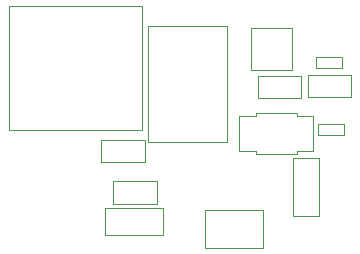
<source format=gbr>
G04 #@! TF.GenerationSoftware,KiCad,Pcbnew,9.0.4*
G04 #@! TF.CreationDate,2025-08-28T22:57:06-04:00*
G04 #@! TF.ProjectId,PowerSupply,506f7765-7253-4757-9070-6c792e6b6963,rev?*
G04 #@! TF.SameCoordinates,Original*
G04 #@! TF.FileFunction,Other,User*
%FSLAX46Y46*%
G04 Gerber Fmt 4.6, Leading zero omitted, Abs format (unit mm)*
G04 Created by KiCad (PCBNEW 9.0.4) date 2025-08-28 22:57:06*
%MOMM*%
%LPD*%
G01*
G04 APERTURE LIST*
%ADD10C,0.050000*%
G04 APERTURE END LIST*
D10*
X92150000Y-83250000D02*
X92150000Y-73450000D01*
X98850000Y-83250000D02*
X92150000Y-83250000D01*
X92150000Y-73450000D02*
X98850000Y-73450000D01*
X98850000Y-73450000D02*
X98850000Y-83250000D01*
X88457500Y-88830000D02*
X93417500Y-88830000D01*
X88457500Y-91130000D02*
X88457500Y-88830000D01*
X93417500Y-88830000D02*
X93417500Y-91130000D01*
X93417500Y-91130000D02*
X88457500Y-91130000D01*
X88150000Y-83050000D02*
X91850000Y-83050000D01*
X88150000Y-84950000D02*
X88150000Y-83050000D01*
X91850000Y-83050000D02*
X91850000Y-84950000D01*
X91850000Y-84950000D02*
X88150000Y-84950000D01*
X104370000Y-84600000D02*
X106630000Y-84600000D01*
X104370000Y-89500000D02*
X104370000Y-84600000D01*
X106630000Y-84600000D02*
X106630000Y-89500000D01*
X106630000Y-89500000D02*
X104370000Y-89500000D01*
X105650000Y-77550000D02*
X109350000Y-77550000D01*
X105650000Y-79450000D02*
X105650000Y-77550000D01*
X109350000Y-77550000D02*
X109350000Y-79450000D01*
X109350000Y-79450000D02*
X105650000Y-79450000D01*
X106532500Y-81680000D02*
X108712500Y-81680000D01*
X106532500Y-82600000D02*
X106532500Y-81680000D01*
X108712500Y-81680000D02*
X108712500Y-82600000D01*
X108712500Y-82600000D02*
X106532500Y-82600000D01*
X99870000Y-81020000D02*
X101250000Y-81020000D01*
X99870000Y-83980000D02*
X99870000Y-81020000D01*
X101250000Y-80750000D02*
X104750000Y-80750000D01*
X101250000Y-81020000D02*
X101250000Y-80750000D01*
X101250000Y-83980000D02*
X99870000Y-83980000D01*
X101250000Y-84250000D02*
X101250000Y-83980000D01*
X104750000Y-80750000D02*
X104750000Y-81020000D01*
X104750000Y-81020000D02*
X106130000Y-81020000D01*
X104750000Y-83980000D02*
X104750000Y-84250000D01*
X104750000Y-84250000D02*
X101250000Y-84250000D01*
X106130000Y-81020000D02*
X106130000Y-83980000D01*
X106130000Y-83980000D02*
X104750000Y-83980000D01*
X100840000Y-73620000D02*
X100840000Y-77170000D01*
X100840000Y-73620000D02*
X104360000Y-73620000D01*
X104360000Y-77170000D02*
X100840000Y-77170000D01*
X104360000Y-77170000D02*
X104360000Y-73620000D01*
X101400000Y-77650000D02*
X105100000Y-77650000D01*
X101400000Y-79550000D02*
X101400000Y-77650000D01*
X105100000Y-77650000D02*
X105100000Y-79550000D01*
X105100000Y-79550000D02*
X101400000Y-79550000D01*
X89150000Y-86550000D02*
X92850000Y-86550000D01*
X89150000Y-88450000D02*
X89150000Y-86550000D01*
X92850000Y-86550000D02*
X92850000Y-88450000D01*
X92850000Y-88450000D02*
X89150000Y-88450000D01*
X96932500Y-88980000D02*
X101892500Y-88980000D01*
X96932500Y-92180000D02*
X96932500Y-88980000D01*
X101892500Y-88980000D02*
X101892500Y-92180000D01*
X101892500Y-92180000D02*
X96932500Y-92180000D01*
X106342500Y-76040000D02*
X108522500Y-76040000D01*
X106342500Y-76960000D02*
X106342500Y-76040000D01*
X108522500Y-76040000D02*
X108522500Y-76960000D01*
X108522500Y-76960000D02*
X106342500Y-76960000D01*
X80350000Y-71750000D02*
X91650000Y-71750000D01*
X80350000Y-82250000D02*
X80350000Y-71750000D01*
X91650000Y-71750000D02*
X91650000Y-82250000D01*
X91650000Y-82250000D02*
X80350000Y-82250000D01*
M02*

</source>
